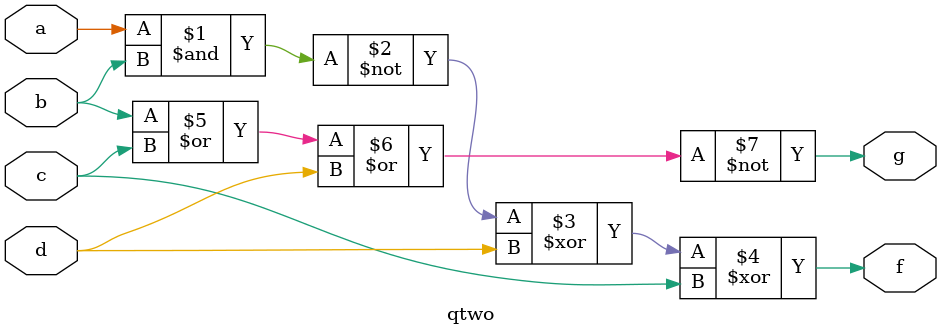
<source format=v>
module qtwo (a,b,c,d,f,g);
	input a,b,c,d;
	output f,g;
	assign f=((~(a&b))^d^c);
	assign g=~(b|c|d);
endmodule 

</source>
